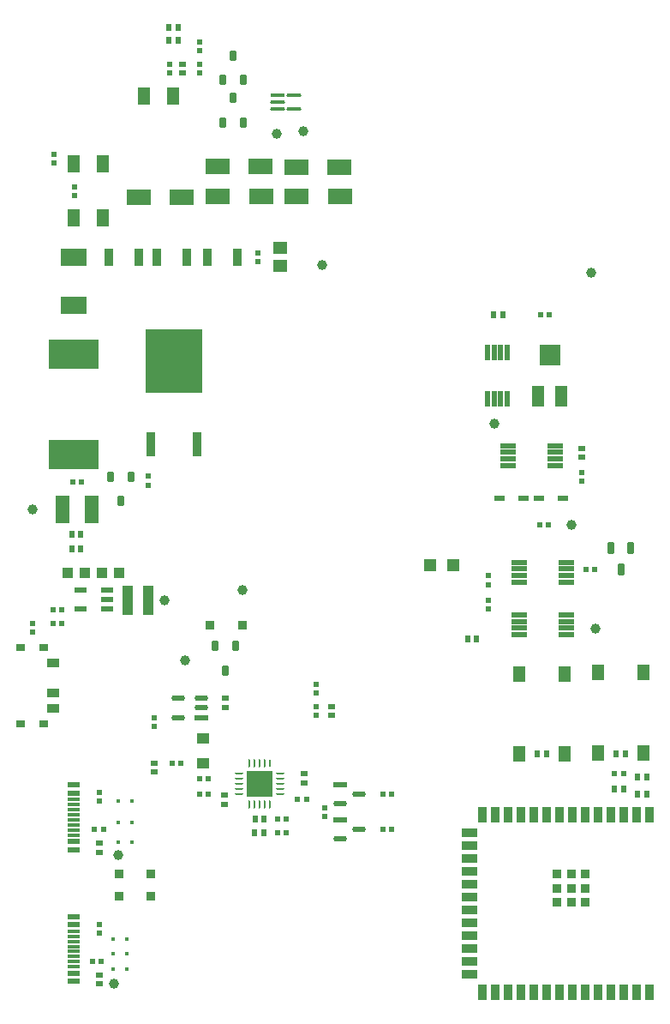
<source format=gtp>
G04*
G04 #@! TF.GenerationSoftware,Altium Limited,Altium Designer,25.4.2 (15)*
G04*
G04 Layer_Color=8421504*
%FSLAX44Y44*%
%MOMM*%
G71*
G04*
G04 #@! TF.SameCoordinates,1E8D850E-D21C-4C0F-B5A5-9806772CD421*
G04*
G04*
G04 #@! TF.FilePolarity,Positive*
G04*
G01*
G75*
%ADD17R,1.3383X0.5780*%
G04:AMPARAMS|DCode=18|XSize=1.3383mm|YSize=0.578mm|CornerRadius=0.289mm|HoleSize=0mm|Usage=FLASHONLY|Rotation=180.000|XOffset=0mm|YOffset=0mm|HoleType=Round|Shape=RoundedRectangle|*
%AMROUNDEDRECTD18*
21,1,1.3383,0.0000,0,0,180.0*
21,1,0.7603,0.5780,0,0,180.0*
1,1,0.5780,-0.3802,0.0000*
1,1,0.5780,0.3802,0.0000*
1,1,0.5780,0.3802,0.0000*
1,1,0.5780,-0.3802,0.0000*
%
%ADD18ROUNDEDRECTD18*%
%ADD19R,0.6000X0.6400*%
%ADD20R,1.1000X1.0000*%
%ADD21R,0.6400X0.6000*%
%ADD22R,5.0000X2.9000*%
%ADD23R,0.5400X0.6000*%
%ADD24R,0.2500X0.8000*%
G04:AMPARAMS|DCode=25|XSize=0.8mm|YSize=0.25mm|CornerRadius=0.125mm|HoleSize=0mm|Usage=FLASHONLY|Rotation=270.000|XOffset=0mm|YOffset=0mm|HoleType=Round|Shape=RoundedRectangle|*
%AMROUNDEDRECTD25*
21,1,0.8000,0.0000,0,0,270.0*
21,1,0.5500,0.2500,0,0,270.0*
1,1,0.2500,0.0000,-0.2750*
1,1,0.2500,0.0000,0.2750*
1,1,0.2500,0.0000,0.2750*
1,1,0.2500,0.0000,-0.2750*
%
%ADD25ROUNDEDRECTD25*%
G04:AMPARAMS|DCode=26|XSize=0.25mm|YSize=0.8mm|CornerRadius=0.125mm|HoleSize=0mm|Usage=FLASHONLY|Rotation=270.000|XOffset=0mm|YOffset=0mm|HoleType=Round|Shape=RoundedRectangle|*
%AMROUNDEDRECTD26*
21,1,0.2500,0.5500,0,0,270.0*
21,1,0.0000,0.8000,0,0,270.0*
1,1,0.2500,-0.2750,0.0000*
1,1,0.2500,-0.2750,0.0000*
1,1,0.2500,0.2750,0.0000*
1,1,0.2500,0.2750,0.0000*
%
%ADD26ROUNDEDRECTD26*%
%ADD27R,2.6000X2.6000*%
%ADD28R,1.2954X1.2954*%
%ADD29C,1.0000*%
%ADD30R,1.3000X2.0000*%
%ADD31R,2.0000X2.0000*%
G04:AMPARAMS|DCode=32|XSize=0.45mm|YSize=1.55mm|CornerRadius=0.0495mm|HoleSize=0mm|Usage=FLASHONLY|Rotation=0.000|XOffset=0mm|YOffset=0mm|HoleType=Round|Shape=RoundedRectangle|*
%AMROUNDEDRECTD32*
21,1,0.4500,1.4510,0,0,0.0*
21,1,0.3510,1.5500,0,0,0.0*
1,1,0.0990,0.1755,-0.7255*
1,1,0.0990,-0.1755,-0.7255*
1,1,0.0990,-0.1755,0.7255*
1,1,0.0990,0.1755,0.7255*
%
%ADD32ROUNDEDRECTD32*%
G04:AMPARAMS|DCode=33|XSize=0.45mm|YSize=1.55mm|CornerRadius=0.0495mm|HoleSize=0mm|Usage=FLASHONLY|Rotation=270.000|XOffset=0mm|YOffset=0mm|HoleType=Round|Shape=RoundedRectangle|*
%AMROUNDEDRECTD33*
21,1,0.4500,1.4510,0,0,270.0*
21,1,0.3510,1.5500,0,0,270.0*
1,1,0.0990,-0.7255,-0.1755*
1,1,0.0990,-0.7255,0.1755*
1,1,0.0990,0.7255,0.1755*
1,1,0.0990,0.7255,-0.1755*
%
%ADD33ROUNDEDRECTD33*%
%ADD34R,0.6000X0.5400*%
%ADD35R,1.1000X0.5000*%
G04:AMPARAMS|DCode=36|XSize=1.23mm|YSize=0.6mm|CornerRadius=0.075mm|HoleSize=0mm|Usage=FLASHONLY|Rotation=270.000|XOffset=0mm|YOffset=0mm|HoleType=Round|Shape=RoundedRectangle|*
%AMROUNDEDRECTD36*
21,1,1.2300,0.4500,0,0,270.0*
21,1,1.0800,0.6000,0,0,270.0*
1,1,0.1500,-0.2250,-0.5400*
1,1,0.1500,-0.2250,0.5400*
1,1,0.1500,0.2250,0.5400*
1,1,0.1500,0.2250,-0.5400*
%
%ADD36ROUNDEDRECTD36*%
%ADD37R,0.9000X1.5000*%
%ADD38R,1.5000X0.9000*%
%ADD39R,0.9000X0.9000*%
%ADD40R,0.9000X0.9500*%
G04:AMPARAMS|DCode=41|XSize=1.3571mm|YSize=0.5721mm|CornerRadius=0.2861mm|HoleSize=0mm|Usage=FLASHONLY|Rotation=0.000|XOffset=0mm|YOffset=0mm|HoleType=Round|Shape=RoundedRectangle|*
%AMROUNDEDRECTD41*
21,1,1.3571,0.0000,0,0,0.0*
21,1,0.7850,0.5721,0,0,0.0*
1,1,0.5721,0.3925,0.0000*
1,1,0.5721,-0.3925,0.0000*
1,1,0.5721,-0.3925,0.0000*
1,1,0.5721,0.3925,0.0000*
%
%ADD41ROUNDEDRECTD41*%
%ADD42R,1.3571X0.5721*%
G04:AMPARAMS|DCode=43|XSize=0.65mm|YSize=1mm|CornerRadius=0.0813mm|HoleSize=0mm|Usage=FLASHONLY|Rotation=0.000|XOffset=0mm|YOffset=0mm|HoleType=Round|Shape=RoundedRectangle|*
%AMROUNDEDRECTD43*
21,1,0.6500,0.8375,0,0,0.0*
21,1,0.4875,1.0000,0,0,0.0*
1,1,0.1625,0.2438,-0.4188*
1,1,0.1625,-0.2438,-0.4188*
1,1,0.1625,-0.2438,0.4188*
1,1,0.1625,0.2438,0.4188*
%
%ADD43ROUNDEDRECTD43*%
%ADD44R,1.2500X1.1000*%
%ADD45R,1.0000X3.0000*%
%ADD46R,1.2000X0.6000*%
%ADD47R,1.4500X2.8100*%
%ADD48R,1.4700X1.1600*%
%ADD49R,0.9398X2.4892*%
%ADD50R,5.5626X6.2992*%
%ADD51R,0.9700X1.7300*%
%ADD52R,2.5400X1.8000*%
%ADD53R,1.3000X1.8000*%
G04:AMPARAMS|DCode=54|XSize=1.464mm|YSize=0.3758mm|CornerRadius=0.1879mm|HoleSize=0mm|Usage=FLASHONLY|Rotation=0.000|XOffset=0mm|YOffset=0mm|HoleType=Round|Shape=RoundedRectangle|*
%AMROUNDEDRECTD54*
21,1,1.4640,0.0000,0,0,0.0*
21,1,1.0881,0.3758,0,0,0.0*
1,1,0.3758,0.5441,0.0000*
1,1,0.3758,-0.5441,0.0000*
1,1,0.3758,-0.5441,0.0000*
1,1,0.3758,0.5441,0.0000*
%
%ADD54ROUNDEDRECTD54*%
%ADD55R,1.4640X0.3758*%
%ADD56R,2.3300X1.5500*%
%ADD57R,0.4000X0.4000*%
%ADD58R,1.1500X0.6000*%
%ADD59R,1.1500X0.3000*%
%ADD60R,1.3000X1.5500*%
%ADD61R,0.9300X0.8000*%
%ADD62R,1.2500X0.9000*%
D17*
X190162Y368500D02*
D03*
D18*
Y378000D02*
D03*
Y387500D02*
D03*
X167838D02*
D03*
Y368500D02*
D03*
D19*
X630510Y310134D02*
D03*
X621710D02*
D03*
X621600Y293000D02*
D03*
X630400D02*
D03*
X531400Y333000D02*
D03*
X522600D02*
D03*
X600600D02*
D03*
X609400D02*
D03*
X607650Y297688D02*
D03*
X598850D02*
D03*
X252400Y268000D02*
D03*
X243600D02*
D03*
X243200Y255000D02*
D03*
X252000D02*
D03*
X479600Y766000D02*
D03*
X488400D02*
D03*
X453600Y446000D02*
D03*
X462400D02*
D03*
X167400Y1050000D02*
D03*
X158600D02*
D03*
Y1037000D02*
D03*
X167400D02*
D03*
X62600Y535000D02*
D03*
X71400D02*
D03*
Y549000D02*
D03*
X62600D02*
D03*
D20*
X58500Y511000D02*
D03*
X75500D02*
D03*
X92500D02*
D03*
X109500D02*
D03*
D21*
X90000Y244400D02*
D03*
Y235600D02*
D03*
X292000Y304000D02*
D03*
Y312800D02*
D03*
X213000Y291800D02*
D03*
Y283000D02*
D03*
X90000Y105600D02*
D03*
Y114400D02*
D03*
X566000Y634000D02*
D03*
Y625200D02*
D03*
X144000Y314600D02*
D03*
Y323400D02*
D03*
X214000Y387400D02*
D03*
Y378600D02*
D03*
X319000Y370600D02*
D03*
Y379400D02*
D03*
X172000Y1013400D02*
D03*
Y1004600D02*
D03*
D22*
X64000Y727000D02*
D03*
Y628000D02*
D03*
D23*
X72320Y601000D02*
D03*
X63680D02*
D03*
X524680Y559000D02*
D03*
X533320D02*
D03*
X579320Y515000D02*
D03*
X570680D02*
D03*
X599000Y313000D02*
D03*
X607640D02*
D03*
X91320Y128000D02*
D03*
X82680D02*
D03*
X294320Y288000D02*
D03*
X285680D02*
D03*
X378320Y293000D02*
D03*
X369680D02*
D03*
X378320Y258000D02*
D03*
X369680D02*
D03*
X274320Y268000D02*
D03*
X265680D02*
D03*
X266000Y255000D02*
D03*
X274640D02*
D03*
X197320Y293000D02*
D03*
X188680D02*
D03*
X197320Y308000D02*
D03*
X188680D02*
D03*
X170320Y323000D02*
D03*
X161680D02*
D03*
X52320Y461000D02*
D03*
X43680D02*
D03*
Y475000D02*
D03*
X52320D02*
D03*
X93640Y258000D02*
D03*
X85000D02*
D03*
X525680Y766000D02*
D03*
X534320D02*
D03*
D24*
X258250Y323250D02*
D03*
D25*
X253250D02*
D03*
X248250D02*
D03*
X243250D02*
D03*
X238250D02*
D03*
Y282750D02*
D03*
X243250D02*
D03*
X248250D02*
D03*
X253250D02*
D03*
X258250D02*
D03*
D26*
X228000Y313000D02*
D03*
Y308000D02*
D03*
Y303000D02*
D03*
Y298000D02*
D03*
Y293000D02*
D03*
X268500D02*
D03*
Y298000D02*
D03*
Y303000D02*
D03*
Y308000D02*
D03*
Y313000D02*
D03*
D27*
X248250Y303000D02*
D03*
D28*
X439500Y518500D02*
D03*
X416500D02*
D03*
D29*
X576000Y808000D02*
D03*
X480000Y659000D02*
D03*
X556000Y559000D02*
D03*
X580000Y456000D02*
D03*
X104000Y106000D02*
D03*
X108000Y233000D02*
D03*
X174000Y425000D02*
D03*
X231000Y494000D02*
D03*
X154000Y484000D02*
D03*
X24000Y574000D02*
D03*
X310000Y815000D02*
D03*
X291000Y947000D02*
D03*
X265000Y945000D02*
D03*
D30*
X546500Y686000D02*
D03*
X523500D02*
D03*
D31*
X535000Y726000D02*
D03*
D32*
X492750Y729250D02*
D03*
X486250D02*
D03*
X479750D02*
D03*
X473250D02*
D03*
X492750Y682750D02*
D03*
X486250D02*
D03*
X479750D02*
D03*
X473250D02*
D03*
D33*
X540250Y617250D02*
D03*
Y623750D02*
D03*
Y630250D02*
D03*
Y636750D02*
D03*
X493750Y617250D02*
D03*
Y623750D02*
D03*
Y630250D02*
D03*
Y636750D02*
D03*
X504750Y521750D02*
D03*
Y515250D02*
D03*
Y508750D02*
D03*
Y502250D02*
D03*
X551250Y521750D02*
D03*
Y515250D02*
D03*
Y508750D02*
D03*
Y502250D02*
D03*
X504750Y469750D02*
D03*
Y463250D02*
D03*
Y456750D02*
D03*
Y450250D02*
D03*
X551250Y469750D02*
D03*
Y463250D02*
D03*
Y456750D02*
D03*
Y450250D02*
D03*
D34*
X566000Y601680D02*
D03*
Y610320D02*
D03*
X474000Y499680D02*
D03*
Y508320D02*
D03*
Y475680D02*
D03*
Y484320D02*
D03*
X90000Y155680D02*
D03*
Y164320D02*
D03*
X312166Y271014D02*
D03*
Y279654D02*
D03*
X304000Y392680D02*
D03*
Y401320D02*
D03*
Y379320D02*
D03*
Y370680D02*
D03*
X144000Y368320D02*
D03*
Y359680D02*
D03*
X24000Y461640D02*
D03*
Y453000D02*
D03*
X138000Y598000D02*
D03*
Y606640D02*
D03*
X246000Y827320D02*
D03*
Y818680D02*
D03*
X65000Y892320D02*
D03*
Y883680D02*
D03*
X45000Y924320D02*
D03*
Y915680D02*
D03*
X159000Y1004680D02*
D03*
Y1013320D02*
D03*
X189000D02*
D03*
Y1004680D02*
D03*
Y1035320D02*
D03*
Y1026680D02*
D03*
X90000Y285680D02*
D03*
Y294320D02*
D03*
D35*
X547500Y585000D02*
D03*
X524500D02*
D03*
X508500D02*
D03*
X485500D02*
D03*
D36*
X614500Y535600D02*
D03*
X595500D02*
D03*
X605000Y514400D02*
D03*
D37*
X633200Y272500D02*
D03*
X620500D02*
D03*
X607800D02*
D03*
X595100D02*
D03*
X582400D02*
D03*
X569700D02*
D03*
X557000D02*
D03*
X544300D02*
D03*
X531600D02*
D03*
X518900D02*
D03*
X506200D02*
D03*
X493500D02*
D03*
X468100Y97500D02*
D03*
X480800D02*
D03*
X493500D02*
D03*
X506200D02*
D03*
X518900D02*
D03*
X531600D02*
D03*
X544300D02*
D03*
X557000D02*
D03*
X569700D02*
D03*
X582400D02*
D03*
X595100D02*
D03*
X607800D02*
D03*
X620500D02*
D03*
X633200D02*
D03*
X480800Y272500D02*
D03*
X468100D02*
D03*
D38*
X455600Y254850D02*
D03*
Y242150D02*
D03*
Y229450D02*
D03*
Y216750D02*
D03*
Y204050D02*
D03*
Y191350D02*
D03*
Y178650D02*
D03*
Y165950D02*
D03*
Y153250D02*
D03*
Y140550D02*
D03*
Y127850D02*
D03*
Y115150D02*
D03*
D39*
X556000Y200000D02*
D03*
X570000D02*
D03*
Y214000D02*
D03*
X556000D02*
D03*
X542000D02*
D03*
Y200000D02*
D03*
Y186000D02*
D03*
X556000D02*
D03*
X570000D02*
D03*
D40*
X140500Y192000D02*
D03*
X109000D02*
D03*
X140750Y214000D02*
D03*
X109250D02*
D03*
X230750Y460000D02*
D03*
X199250D02*
D03*
D41*
X346506Y293000D02*
D03*
X327495Y283500D02*
D03*
X346506Y258000D02*
D03*
X327495Y248500D02*
D03*
D42*
Y302500D02*
D03*
Y267500D02*
D03*
D43*
X214000Y415000D02*
D03*
X203800Y439000D02*
D03*
X224200D02*
D03*
X221800Y1022000D02*
D03*
X232000Y998000D02*
D03*
X211600D02*
D03*
X221800Y980000D02*
D03*
X232000Y956000D02*
D03*
X211600D02*
D03*
X121000Y606000D02*
D03*
X100600D02*
D03*
X110800Y582000D02*
D03*
D44*
X192000Y348000D02*
D03*
Y323000D02*
D03*
D45*
X138000Y484000D02*
D03*
X118000D02*
D03*
D46*
X71000Y475500D02*
D03*
Y494500D02*
D03*
X97000D02*
D03*
Y485000D02*
D03*
Y475500D02*
D03*
D47*
X82300Y574000D02*
D03*
X53700D02*
D03*
D48*
X268000Y832000D02*
D03*
Y814400D02*
D03*
D49*
X185860Y638466D02*
D03*
X140140D02*
D03*
D50*
X163000Y720000D02*
D03*
D51*
X225800Y823000D02*
D03*
X196200D02*
D03*
X175800D02*
D03*
X146200D02*
D03*
X128800D02*
D03*
X99200D02*
D03*
D52*
X64000D02*
D03*
Y775000D02*
D03*
D53*
X93500Y862000D02*
D03*
X64500D02*
D03*
X93500Y915000D02*
D03*
X64500D02*
D03*
X162500Y982000D02*
D03*
X133500D02*
D03*
D54*
X282201Y982500D02*
D03*
Y969500D02*
D03*
X265799D02*
D03*
Y976000D02*
D03*
D55*
Y982500D02*
D03*
D56*
X128300Y882000D02*
D03*
X171000D02*
D03*
X249350Y883000D02*
D03*
X206650D02*
D03*
X327000Y912000D02*
D03*
X284300D02*
D03*
X284650Y883000D02*
D03*
X327350D02*
D03*
X249000Y913000D02*
D03*
X206300D02*
D03*
D57*
X108000Y265000D02*
D03*
X122000D02*
D03*
X108000Y286000D02*
D03*
X122000D02*
D03*
X122322Y245522D02*
D03*
X108322D02*
D03*
X117000Y120000D02*
D03*
X103000D02*
D03*
X117000Y150000D02*
D03*
X103000D02*
D03*
X117000Y135000D02*
D03*
X103000D02*
D03*
D58*
X64250Y238000D02*
D03*
Y246000D02*
D03*
Y302000D02*
D03*
Y294000D02*
D03*
Y108000D02*
D03*
Y116000D02*
D03*
Y172000D02*
D03*
Y164000D02*
D03*
D59*
Y252500D02*
D03*
Y282500D02*
D03*
Y287500D02*
D03*
Y272500D02*
D03*
Y277500D02*
D03*
Y262500D02*
D03*
Y267500D02*
D03*
Y257500D02*
D03*
Y122500D02*
D03*
Y152500D02*
D03*
Y157500D02*
D03*
Y142500D02*
D03*
Y147500D02*
D03*
Y132500D02*
D03*
Y137500D02*
D03*
Y127500D02*
D03*
D60*
X504500Y332250D02*
D03*
Y411750D02*
D03*
X549500Y332250D02*
D03*
Y411750D02*
D03*
X582500Y333250D02*
D03*
Y412750D02*
D03*
X627500Y333250D02*
D03*
Y412750D02*
D03*
D61*
X11950Y362000D02*
D03*
Y438000D02*
D03*
X34650Y362000D02*
D03*
Y438000D02*
D03*
D62*
X44050Y377500D02*
D03*
Y392500D02*
D03*
Y422500D02*
D03*
M02*

</source>
